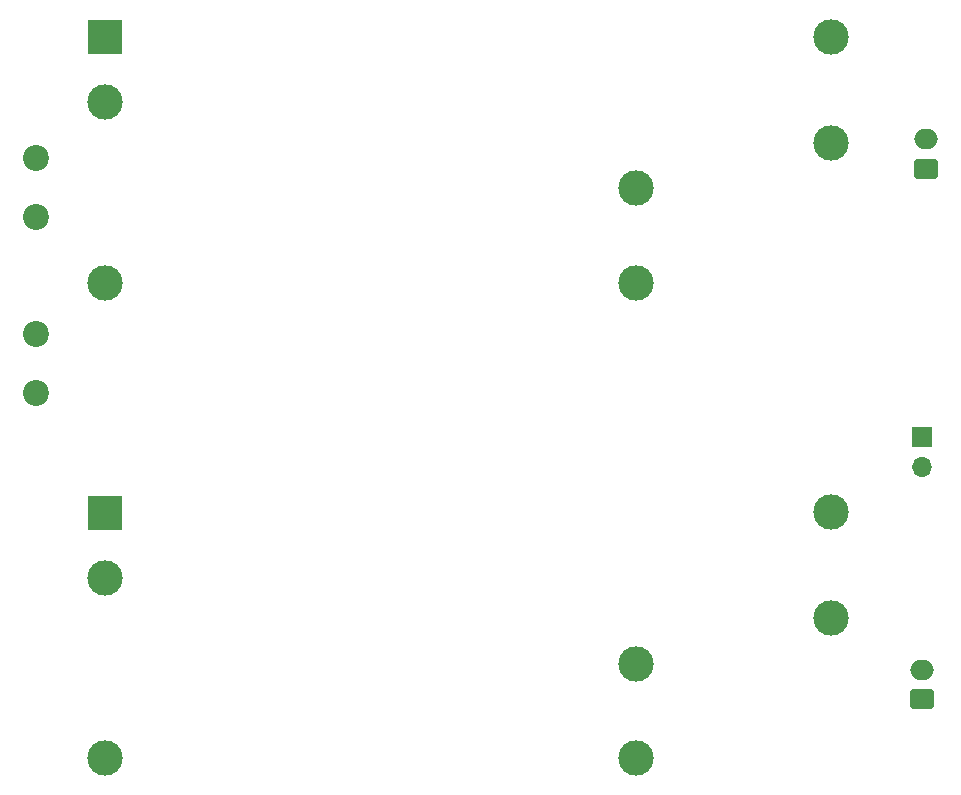
<source format=gbr>
%TF.GenerationSoftware,KiCad,Pcbnew,8.0.1*%
%TF.CreationDate,2024-04-15T18:30:32+02:00*%
%TF.ProjectId,Meanwell IRM Board,4d65616e-7765-46c6-9c20-49524d20426f,rev?*%
%TF.SameCoordinates,Original*%
%TF.FileFunction,Copper,L2,Bot*%
%TF.FilePolarity,Positive*%
%FSLAX46Y46*%
G04 Gerber Fmt 4.6, Leading zero omitted, Abs format (unit mm)*
G04 Created by KiCad (PCBNEW 8.0.1) date 2024-04-15 18:30:32*
%MOMM*%
%LPD*%
G01*
G04 APERTURE LIST*
G04 Aperture macros list*
%AMRoundRect*
0 Rectangle with rounded corners*
0 $1 Rounding radius*
0 $2 $3 $4 $5 $6 $7 $8 $9 X,Y pos of 4 corners*
0 Add a 4 corners polygon primitive as box body*
4,1,4,$2,$3,$4,$5,$6,$7,$8,$9,$2,$3,0*
0 Add four circle primitives for the rounded corners*
1,1,$1+$1,$2,$3*
1,1,$1+$1,$4,$5*
1,1,$1+$1,$6,$7*
1,1,$1+$1,$8,$9*
0 Add four rect primitives between the rounded corners*
20,1,$1+$1,$2,$3,$4,$5,0*
20,1,$1+$1,$4,$5,$6,$7,0*
20,1,$1+$1,$6,$7,$8,$9,0*
20,1,$1+$1,$8,$9,$2,$3,0*%
G04 Aperture macros list end*
%TA.AperFunction,ComponentPad*%
%ADD10R,3.000000X3.000000*%
%TD*%
%TA.AperFunction,ComponentPad*%
%ADD11C,3.000000*%
%TD*%
%TA.AperFunction,ComponentPad*%
%ADD12RoundRect,0.250000X0.750000X-0.600000X0.750000X0.600000X-0.750000X0.600000X-0.750000X-0.600000X0*%
%TD*%
%TA.AperFunction,ComponentPad*%
%ADD13O,2.000000X1.700000*%
%TD*%
%TA.AperFunction,ComponentPad*%
%ADD14R,1.700000X1.700000*%
%TD*%
%TA.AperFunction,ComponentPad*%
%ADD15O,1.700000X1.700000*%
%TD*%
%TA.AperFunction,ComponentPad*%
%ADD16C,2.200000*%
%TD*%
G04 APERTURE END LIST*
D10*
%TO.P,PS2,1,AC/L*%
%TO.N,Net-(J1-Pin_1)*%
X113150000Y-94300000D03*
D11*
%TO.P,PS2,2,AC/N*%
%TO.N,Net-(J2-Pin_1)*%
X113150000Y-99800000D03*
X113150000Y-115100000D03*
%TO.P,PS2,3,-Vo*%
%TO.N,Net-(J5-Pin_2)*%
X158150000Y-115100000D03*
X174650000Y-94250000D03*
%TO.P,PS2,4,+Vo*%
%TO.N,Net-(J3-Pin_2)*%
X158150000Y-107100000D03*
X174650000Y-103250000D03*
%TD*%
D10*
%TO.P,PS1,1,AC/L*%
%TO.N,Net-(J1-Pin_1)*%
X113150000Y-54050000D03*
D11*
%TO.P,PS1,2,AC/N*%
%TO.N,Net-(J2-Pin_1)*%
X113150000Y-59550000D03*
X113150000Y-74850000D03*
%TO.P,PS1,3,-Vo*%
%TO.N,Net-(J3-Pin_1)*%
X158150000Y-74850000D03*
X174650000Y-54000000D03*
%TO.P,PS1,4,+Vo*%
%TO.N,Net-(J4-Pin_1)*%
X158150000Y-66850000D03*
X174650000Y-63000000D03*
%TD*%
D12*
%TO.P,J5,1,Pin_1*%
%TO.N,Net-(J3-Pin_2)*%
X182300000Y-110100000D03*
D13*
%TO.P,J5,2,Pin_2*%
%TO.N,Net-(J5-Pin_2)*%
X182300000Y-107600000D03*
%TD*%
%TO.P,J4,2,Pin_2*%
%TO.N,Net-(J3-Pin_1)*%
X182700000Y-62700000D03*
D12*
%TO.P,J4,1,Pin_1*%
%TO.N,Net-(J4-Pin_1)*%
X182700000Y-65200000D03*
%TD*%
D14*
%TO.P,J3,1,Pin_1*%
%TO.N,Net-(J3-Pin_1)*%
X182300000Y-87925000D03*
D15*
%TO.P,J3,2,Pin_2*%
%TO.N,Net-(J3-Pin_2)*%
X182300000Y-90465000D03*
%TD*%
D16*
%TO.P,J2,1,Pin_1*%
%TO.N,Net-(J2-Pin_1)*%
X107300000Y-84200000D03*
X107300000Y-79200000D03*
%TD*%
%TO.P,J1,1,Pin_1*%
%TO.N,Net-(J1-Pin_1)*%
X107300000Y-69300000D03*
X107300000Y-64300000D03*
%TD*%
M02*

</source>
